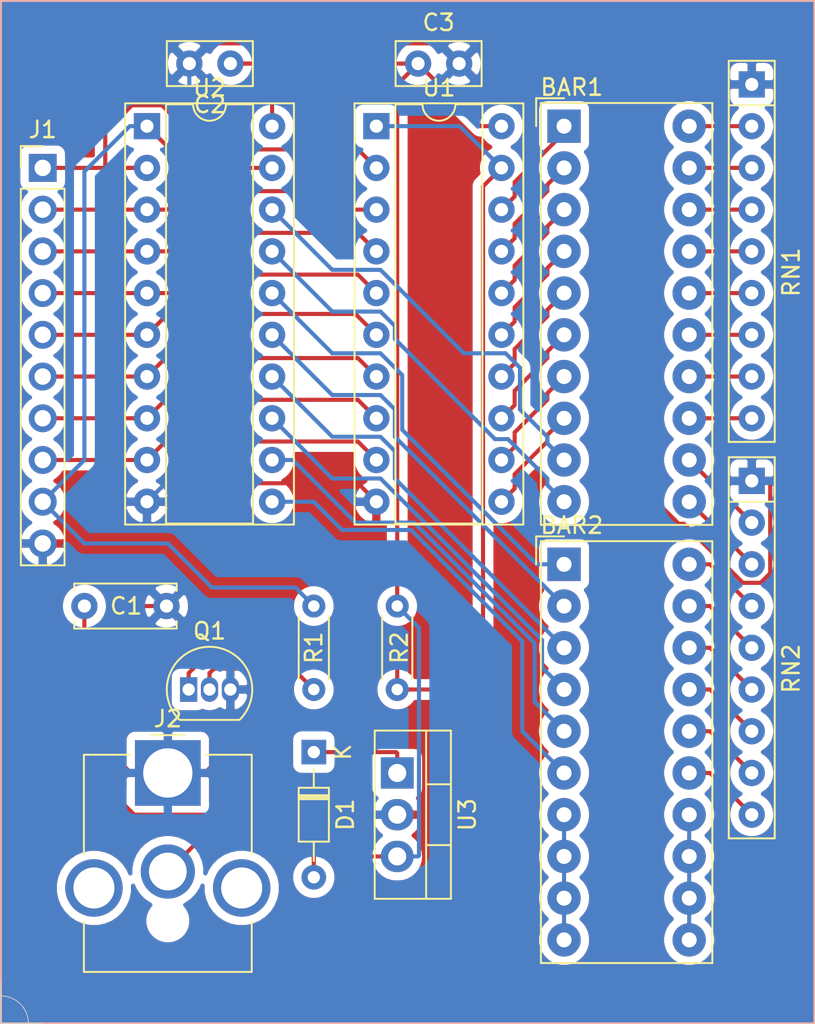
<source format=kicad_pcb>
(kicad_pcb (version 20171130) (host pcbnew "(5.1.5-0-10_14)")
  (layers (0 F.Cu signal) (31 B.Cu signal) (34 B.Paste user) (35 F.Paste user) (36 B.SilkS user) (37 F.SilkS user) (38 B.Mask user) (39 F.Mask user) (44 Edge.Cuts user hide))
  (net 0 "")
  (net 1 "Net-(BAR1-Pad1)")
  (net 2 "Net-(BAR1-Pad2)")
  (net 3 "Net-(BAR1-Pad3)")
  (net 4 "Net-(BAR1-Pad4)")
  (net 5 "Net-(BAR1-Pad13)")
  (net 6 "Net-(BAR1-Pad14)")
  (net 7 "Net-(BAR1-Pad15)")
  (net 8 "Net-(BAR1-Pad16)")
  (net 9 "Net-(BAR1-Pad5)")
  (net 10 "Net-(BAR1-Pad6)")
  (net 11 "Net-(BAR1-Pad7)")
  (net 12 "Net-(BAR1-Pad8)")
  (net 13 "Net-(BAR1-Pad12)")
  (net 14 "Net-(BAR1-Pad11)")
  (net 15 "Net-(BAR1-Pad10)")
  (net 16 "Net-(BAR1-Pad9)")
  (net 17 "Net-(BAR1-Pad17)")
  (net 18 "Net-(BAR1-Pad18)")
  (net 19 "Net-(BAR1-Pad19)")
  (net 20 "Net-(BAR1-Pad20)")
  (net 21 "Net-(BAR2-Pad20)")
  (net 22 "Net-(BAR2-Pad19)")
  (net 23 "Net-(BAR2-Pad18)")
  (net 24 "Net-(BAR2-Pad17)")
  (net 25 "Net-(BAR2-Pad10)")
  (net 26 "Net-(BAR2-Pad11)")
  (net 27 "Net-(BAR2-Pad6)")
  (net 28 "Net-(BAR2-Pad5)")
  (net 29 "Net-(BAR2-Pad16)")
  (net 30 "Net-(BAR2-Pad15)")
  (net 31 "Net-(BAR2-Pad4)")
  (net 32 "Net-(BAR2-Pad3)")
  (net 33 "Net-(BAR2-Pad2)")
  (net 34 "Net-(BAR2-Pad1)")
  (net 35 GND)
  (net 36 "Net-(D1-Pad1)")
  (net 37 "Net-(D1-Pad2)")
  (net 38 /PB0)
  (net 39 /PB1)
  (net 40 /PB2)
  (net 41 "Net-(Q1-Pad2)")
  (net 42 "Net-(Q1-Pad1)")
  (net 43 /PA2)
  (net 44 /PB7)
  (net 45 /PB6)
  (net 46 /PB5)
  (net 47 /PB4)
  (net 48 /PB3)
  (net 49 VCC)
  (module Connector_BarrelJack:BarrelJack_CUI_PJ-063AH_Horizontal_CircularHoles (layer F.Cu) (at 50.8 167.64)
    (fp_text reference J2 (at 0 -3.3) (layer F.SilkS))
    (fp_text value Barrel_Jack)
    (fp_line (start -5.11 4.95) (end -5.11 -1.11) (layer F.SilkS) (width 0.12))
    (fp_line (start -5.11 -1.11) (end -2.3 -1.11) (layer F.SilkS) (width 0.12))
    (fp_line (start 2.3 -1.11) (end 5.11 -1.11) (layer F.SilkS) (width 0.12))
    (fp_line (start 5.11 -1.11) (end 5.11 4.95) (layer F.SilkS) (width 0.12))
    (fp_line (start 5.11 9.05) (end 5.11 12.11) (layer F.SilkS) (width 0.12))
    (fp_line (start 5.11 12.11) (end -5.11 12.11) (layer F.SilkS) (width 0.12))
    (fp_line (start -5.11 12.11) (end -5.11 9.05) (layer F.SilkS) (width 0.12))
    (fp_line (start -1 -2.3) (end 1 -2.3) (layer F.SilkS) (width 0.12))
    (pad 1 thru_hole rect (at 0 0) (size 4 4) (drill 3) (layers *.Cu *.Mask) (net 35 GND))
    (pad 2 thru_hole circle (at 0 6) (size 3.3 3.3) (drill 2.3) (layers *.Cu *.Mask) (net 37 "Net-(D1-Pad2)"))
    (pad MP thru_hole circle (at -4.5 7) (size 3.5 3.5) (drill 2.5) (layers *.Cu *.Mask))
    (pad MP thru_hole circle (at 4.5 7) (size 3.5 3.5) (drill 2.5) (layers *.Cu *.Mask))
    (pad "" np_thru_hole circle (at 0 9) (size 1.6 1.6) (drill 1.6) (layers *.Cu *.Mask))
  )
  (module Display:HDSP-4830 (layer F.Cu) (at 74.93 154.94)
    (fp_text reference BAR2 (at 0.47 -2.37) (layer F.SilkS))
    (fp_text value HDSP-4830_2)
    (fp_line (start 9.03 -1.41) (end 9.03 24.27) (layer F.SilkS) (width 0.12))
    (fp_line (start -1.41 -1.41) (end 9.03 -1.41) (layer F.SilkS) (width 0.12))
    (fp_line (start -1.41 24.27) (end -1.41 -1.41) (layer F.SilkS) (width 0.12))
    (fp_line (start 9.03 24.27) (end -1.41 24.27) (layer F.SilkS) (width 0.12))
    (fp_line (start -1.7 -1.7) (end -1.7 0) (layer F.SilkS) (width 0.12))
    (fp_line (start 0 -1.7) (end -1.7 -1.7) (layer F.SilkS) (width 0.12))
    (pad 20 thru_hole circle (at 7.62 0 270) (size 2.032 2.032) (drill 0.9144) (layers *.Cu *.Mask) (net 21 "Net-(BAR2-Pad20)"))
    (pad 19 thru_hole circle (at 7.62 2.54 270) (size 2.032 2.032) (drill 0.9144) (layers *.Cu *.Mask) (net 22 "Net-(BAR2-Pad19)"))
    (pad 18 thru_hole circle (at 7.62 5.08 270) (size 2.032 2.032) (drill 0.9144) (layers *.Cu *.Mask) (net 23 "Net-(BAR2-Pad18)"))
    (pad 17 thru_hole circle (at 7.62 7.62 270) (size 2.032 2.032) (drill 0.9144) (layers *.Cu *.Mask) (net 24 "Net-(BAR2-Pad17)"))
    (pad 9 thru_hole circle (at 0 20.32 270) (size 2.032 2.032) (drill 0.9144) (layers *.Cu *.Mask) (net 25 "Net-(BAR2-Pad10)"))
    (pad 10 thru_hole circle (at 0 22.86 270) (size 2.032 2.032) (drill 0.9144) (layers *.Cu *.Mask) (net 25 "Net-(BAR2-Pad10)"))
    (pad 11 thru_hole circle (at 7.62 22.86 270) (size 2.032 2.032) (drill 0.9144) (layers *.Cu *.Mask) (net 26 "Net-(BAR2-Pad11)"))
    (pad 12 thru_hole circle (at 7.62 20.32 270) (size 2.032 2.032) (drill 0.9144) (layers *.Cu *.Mask) (net 26 "Net-(BAR2-Pad11)"))
    (pad 8 thru_hole circle (at 0 17.78 270) (size 2.032 2.032) (drill 0.9144) (layers *.Cu *.Mask) (net 25 "Net-(BAR2-Pad10)"))
    (pad 7 thru_hole circle (at 0 15.24 270) (size 2.032 2.032) (drill 0.9144) (layers *.Cu *.Mask) (net 25 "Net-(BAR2-Pad10)"))
    (pad 6 thru_hole circle (at 0 12.7 270) (size 2.032 2.032) (drill 0.9144) (layers *.Cu *.Mask) (net 27 "Net-(BAR2-Pad6)"))
    (pad 5 thru_hole circle (at 0 10.16 270) (size 2.032 2.032) (drill 0.9144) (layers *.Cu *.Mask) (net 28 "Net-(BAR2-Pad5)"))
    (pad 16 thru_hole circle (at 7.62 10.16 270) (size 2.032 2.032) (drill 0.9144) (layers *.Cu *.Mask) (net 29 "Net-(BAR2-Pad16)"))
    (pad 15 thru_hole circle (at 7.62 12.7 270) (size 2.032 2.032) (drill 0.9144) (layers *.Cu *.Mask) (net 30 "Net-(BAR2-Pad15)"))
    (pad 14 thru_hole circle (at 7.62 15.24 270) (size 2.032 2.032) (drill 0.9144) (layers *.Cu *.Mask) (net 26 "Net-(BAR2-Pad11)"))
    (pad 13 thru_hole circle (at 7.62 17.78 270) (size 2.032 2.032) (drill 0.9144) (layers *.Cu *.Mask) (net 26 "Net-(BAR2-Pad11)"))
    (pad 4 thru_hole circle (at 0 7.62 270) (size 2.032 2.032) (drill 0.9144) (layers *.Cu *.Mask) (net 31 "Net-(BAR2-Pad4)"))
    (pad 3 thru_hole circle (at 0 5.08 270) (size 2.032 2.032) (drill 0.9144) (layers *.Cu *.Mask) (net 32 "Net-(BAR2-Pad3)"))
    (pad 2 thru_hole circle (at 0 2.54 270) (size 2.032 2.032) (drill 0.9144) (layers *.Cu *.Mask) (net 33 "Net-(BAR2-Pad2)"))
    (pad 1 thru_hole rect (at 0 0 270) (size 2.032 2.032) (drill 0.9144) (layers *.Cu *.Mask) (net 34 "Net-(BAR2-Pad1)"))
  )
  (module Package_DIP:DIP-20_W7.62mm_Socket (layer F.Cu) (at 63.5 128.27)
    (fp_text reference U1 (at 3.81 -2.33) (layer F.SilkS))
    (fp_text value 74LS541)
    (fp_line (start 8.95 -1.39) (end -1.33 -1.39) (layer F.SilkS) (width 0.12))
    (fp_line (start 8.95 24.25) (end 8.95 -1.39) (layer F.SilkS) (width 0.12))
    (fp_line (start -1.33 24.25) (end 8.95 24.25) (layer F.SilkS) (width 0.12))
    (fp_line (start -1.33 -1.39) (end -1.33 24.25) (layer F.SilkS) (width 0.12))
    (fp_line (start 6.46 -1.33) (end 4.81 -1.33) (layer F.SilkS) (width 0.12))
    (fp_line (start 6.46 24.19) (end 6.46 -1.33) (layer F.SilkS) (width 0.12))
    (fp_line (start 1.16 24.19) (end 6.46 24.19) (layer F.SilkS) (width 0.12))
    (fp_line (start 1.16 -1.33) (end 1.16 24.19) (layer F.SilkS) (width 0.12))
    (fp_line (start 2.81 -1.33) (end 1.16 -1.33) (layer F.SilkS) (width 0.12))
    (fp_arc (start 3.81 -1.33) (end 2.81 -1.33) (angle -180) (layer F.SilkS) (width 0.12))
    (pad 20 thru_hole oval (at 7.62 0) (size 1.6 1.6) (drill 0.8) (layers *.Cu *.Mask) (net 49 VCC))
    (pad 10 thru_hole oval (at 0 22.86) (size 1.6 1.6) (drill 0.8) (layers *.Cu *.Mask) (net 35 GND))
    (pad 19 thru_hole oval (at 7.62 2.54) (size 1.6 1.6) (drill 0.8) (layers *.Cu *.Mask) (net 42 "Net-(Q1-Pad1)"))
    (pad 9 thru_hole oval (at 0 20.32) (size 1.6 1.6) (drill 0.8) (layers *.Cu *.Mask) (net 44 /PB7))
    (pad 18 thru_hole oval (at 7.62 5.08) (size 1.6 1.6) (drill 0.8) (layers *.Cu *.Mask) (net 1 "Net-(BAR1-Pad1)"))
    (pad 8 thru_hole oval (at 0 17.78) (size 1.6 1.6) (drill 0.8) (layers *.Cu *.Mask) (net 45 /PB6))
    (pad 17 thru_hole oval (at 7.62 7.62) (size 1.6 1.6) (drill 0.8) (layers *.Cu *.Mask) (net 2 "Net-(BAR1-Pad2)"))
    (pad 7 thru_hole oval (at 0 15.24) (size 1.6 1.6) (drill 0.8) (layers *.Cu *.Mask) (net 46 /PB5))
    (pad 16 thru_hole oval (at 7.62 10.16) (size 1.6 1.6) (drill 0.8) (layers *.Cu *.Mask) (net 3 "Net-(BAR1-Pad3)"))
    (pad 6 thru_hole oval (at 0 12.7) (size 1.6 1.6) (drill 0.8) (layers *.Cu *.Mask) (net 47 /PB4))
    (pad 15 thru_hole oval (at 7.62 12.7) (size 1.6 1.6) (drill 0.8) (layers *.Cu *.Mask) (net 4 "Net-(BAR1-Pad4)"))
    (pad 5 thru_hole oval (at 0 10.16) (size 1.6 1.6) (drill 0.8) (layers *.Cu *.Mask) (net 48 /PB3))
    (pad 14 thru_hole oval (at 7.62 15.24) (size 1.6 1.6) (drill 0.8) (layers *.Cu *.Mask) (net 9 "Net-(BAR1-Pad5)"))
    (pad 4 thru_hole oval (at 0 7.62) (size 1.6 1.6) (drill 0.8) (layers *.Cu *.Mask) (net 40 /PB2))
    (pad 13 thru_hole oval (at 7.62 17.78) (size 1.6 1.6) (drill 0.8) (layers *.Cu *.Mask) (net 10 "Net-(BAR1-Pad6)"))
    (pad 3 thru_hole oval (at 0 5.08) (size 1.6 1.6) (drill 0.8) (layers *.Cu *.Mask) (net 39 /PB1))
    (pad 12 thru_hole oval (at 7.62 20.32) (size 1.6 1.6) (drill 0.8) (layers *.Cu *.Mask) (net 11 "Net-(BAR1-Pad7)"))
    (pad 2 thru_hole oval (at 0 2.54) (size 1.6 1.6) (drill 0.8) (layers *.Cu *.Mask) (net 38 /PB0))
    (pad 11 thru_hole oval (at 7.62 22.86) (size 1.6 1.6) (drill 0.8) (layers *.Cu *.Mask) (net 12 "Net-(BAR1-Pad8)"))
    (pad 1 thru_hole rect (at 0 0) (size 1.6 1.6) (drill 0.8) (layers *.Cu *.Mask) (net 42 "Net-(Q1-Pad1)"))
  )
  (module Package_DIP:DIP-20_W7.62mm_Socket (layer F.Cu) (at 49.53 128.27)
    (fp_text reference U2 (at 3.81 -2.33) (layer F.SilkS))
    (fp_text value 74LS541)
    (fp_line (start 8.95 -1.39) (end -1.33 -1.39) (layer F.SilkS) (width 0.12))
    (fp_line (start 8.95 24.25) (end 8.95 -1.39) (layer F.SilkS) (width 0.12))
    (fp_line (start -1.33 24.25) (end 8.95 24.25) (layer F.SilkS) (width 0.12))
    (fp_line (start -1.33 -1.39) (end -1.33 24.25) (layer F.SilkS) (width 0.12))
    (fp_line (start 6.46 -1.33) (end 4.81 -1.33) (layer F.SilkS) (width 0.12))
    (fp_line (start 6.46 24.19) (end 6.46 -1.33) (layer F.SilkS) (width 0.12))
    (fp_line (start 1.16 24.19) (end 6.46 24.19) (layer F.SilkS) (width 0.12))
    (fp_line (start 1.16 -1.33) (end 1.16 24.19) (layer F.SilkS) (width 0.12))
    (fp_line (start 2.81 -1.33) (end 1.16 -1.33) (layer F.SilkS) (width 0.12))
    (fp_arc (start 3.81 -1.33) (end 2.81 -1.33) (angle -180) (layer F.SilkS) (width 0.12))
    (pad 20 thru_hole oval (at 7.62 0) (size 1.6 1.6) (drill 0.8) (layers *.Cu *.Mask) (net 49 VCC))
    (pad 10 thru_hole oval (at 0 22.86) (size 1.6 1.6) (drill 0.8) (layers *.Cu *.Mask) (net 35 GND))
    (pad 19 thru_hole oval (at 7.62 2.54) (size 1.6 1.6) (drill 0.8) (layers *.Cu *.Mask) (net 43 /PA2))
    (pad 9 thru_hole oval (at 0 20.32) (size 1.6 1.6) (drill 0.8) (layers *.Cu *.Mask) (net 44 /PB7))
    (pad 18 thru_hole oval (at 7.62 5.08) (size 1.6 1.6) (drill 0.8) (layers *.Cu *.Mask) (net 16 "Net-(BAR1-Pad9)"))
    (pad 8 thru_hole oval (at 0 17.78) (size 1.6 1.6) (drill 0.8) (layers *.Cu *.Mask) (net 45 /PB6))
    (pad 17 thru_hole oval (at 7.62 7.62) (size 1.6 1.6) (drill 0.8) (layers *.Cu *.Mask) (net 15 "Net-(BAR1-Pad10)"))
    (pad 7 thru_hole oval (at 0 15.24) (size 1.6 1.6) (drill 0.8) (layers *.Cu *.Mask) (net 46 /PB5))
    (pad 16 thru_hole oval (at 7.62 10.16) (size 1.6 1.6) (drill 0.8) (layers *.Cu *.Mask) (net 34 "Net-(BAR2-Pad1)"))
    (pad 6 thru_hole oval (at 0 12.7) (size 1.6 1.6) (drill 0.8) (layers *.Cu *.Mask) (net 47 /PB4))
    (pad 15 thru_hole oval (at 7.62 12.7) (size 1.6 1.6) (drill 0.8) (layers *.Cu *.Mask) (net 33 "Net-(BAR2-Pad2)"))
    (pad 5 thru_hole oval (at 0 10.16) (size 1.6 1.6) (drill 0.8) (layers *.Cu *.Mask) (net 48 /PB3))
    (pad 14 thru_hole oval (at 7.62 15.24) (size 1.6 1.6) (drill 0.8) (layers *.Cu *.Mask) (net 32 "Net-(BAR2-Pad3)"))
    (pad 4 thru_hole oval (at 0 7.62) (size 1.6 1.6) (drill 0.8) (layers *.Cu *.Mask) (net 40 /PB2))
    (pad 13 thru_hole oval (at 7.62 17.78) (size 1.6 1.6) (drill 0.8) (layers *.Cu *.Mask) (net 31 "Net-(BAR2-Pad4)"))
    (pad 3 thru_hole oval (at 0 5.08) (size 1.6 1.6) (drill 0.8) (layers *.Cu *.Mask) (net 39 /PB1))
    (pad 12 thru_hole oval (at 7.62 20.32) (size 1.6 1.6) (drill 0.8) (layers *.Cu *.Mask) (net 28 "Net-(BAR2-Pad5)"))
    (pad 2 thru_hole oval (at 0 2.54) (size 1.6 1.6) (drill 0.8) (layers *.Cu *.Mask) (net 38 /PB0))
    (pad 11 thru_hole oval (at 7.62 22.86) (size 1.6 1.6) (drill 0.8) (layers *.Cu *.Mask) (net 27 "Net-(BAR2-Pad6)"))
    (pad 1 thru_hole rect (at 0 0) (size 1.6 1.6) (drill 0.8) (layers *.Cu *.Mask) (net 43 /PA2))
  )
  (module Connector_PinHeader_2.54mm:PinHeader_1x10_P2.54mm_Vertical (layer F.Cu) (at 43.18 130.81)
    (fp_text reference J1 (at 0 -2.33) (layer F.SilkS))
    (fp_text value Conn_01x10_Male)
    (fp_line (start -1.33 -1.33) (end 0 -1.33) (layer F.SilkS) (width 0.12))
    (fp_line (start -1.33 0) (end -1.33 -1.33) (layer F.SilkS) (width 0.12))
    (fp_line (start -1.33 1.27) (end 1.33 1.27) (layer F.SilkS) (width 0.12))
    (fp_line (start 1.33 1.27) (end 1.33 24.19) (layer F.SilkS) (width 0.12))
    (fp_line (start -1.33 1.27) (end -1.33 24.19) (layer F.SilkS) (width 0.12))
    (fp_line (start -1.33 24.19) (end 1.33 24.19) (layer F.SilkS) (width 0.12))
    (pad 10 thru_hole oval (at 0 22.86) (size 1.7 1.7) (drill 1) (layers *.Cu *.Mask) (net 35 GND))
    (pad 9 thru_hole oval (at 0 20.32) (size 1.7 1.7) (drill 1) (layers *.Cu *.Mask) (net 43 /PA2))
    (pad 8 thru_hole oval (at 0 17.78) (size 1.7 1.7) (drill 1) (layers *.Cu *.Mask) (net 44 /PB7))
    (pad 7 thru_hole oval (at 0 15.24) (size 1.7 1.7) (drill 1) (layers *.Cu *.Mask) (net 45 /PB6))
    (pad 6 thru_hole oval (at 0 12.7) (size 1.7 1.7) (drill 1) (layers *.Cu *.Mask) (net 46 /PB5))
    (pad 5 thru_hole oval (at 0 10.16) (size 1.7 1.7) (drill 1) (layers *.Cu *.Mask) (net 47 /PB4))
    (pad 4 thru_hole oval (at 0 7.62) (size 1.7 1.7) (drill 1) (layers *.Cu *.Mask) (net 48 /PB3))
    (pad 3 thru_hole oval (at 0 5.08) (size 1.7 1.7) (drill 1) (layers *.Cu *.Mask) (net 40 /PB2))
    (pad 2 thru_hole oval (at 0 2.54) (size 1.7 1.7) (drill 1) (layers *.Cu *.Mask) (net 39 /PB1))
    (pad 1 thru_hole rect (at 0 0) (size 1.7 1.7) (drill 1) (layers *.Cu *.Mask) (net 38 /PB0))
  )
  (module Display:HDSP-4830 (layer F.Cu) (at 74.93 128.27)
    (fp_text reference BAR1 (at 0.47 -2.37) (layer F.SilkS))
    (fp_text value HDSP-4830_2)
    (fp_line (start 0 -1.7) (end -1.7 -1.7) (layer F.SilkS) (width 0.12))
    (fp_line (start -1.7 -1.7) (end -1.7 0) (layer F.SilkS) (width 0.12))
    (fp_line (start 9.03 24.27) (end -1.41 24.27) (layer F.SilkS) (width 0.12))
    (fp_line (start -1.41 24.27) (end -1.41 -1.41) (layer F.SilkS) (width 0.12))
    (fp_line (start -1.41 -1.41) (end 9.03 -1.41) (layer F.SilkS) (width 0.12))
    (fp_line (start 9.03 -1.41) (end 9.03 24.27) (layer F.SilkS) (width 0.12))
    (pad 1 thru_hole rect (at 0 0 270) (size 2.032 2.032) (drill 0.9144) (layers *.Cu *.Mask) (net 1 "Net-(BAR1-Pad1)"))
    (pad 2 thru_hole circle (at 0 2.54 270) (size 2.032 2.032) (drill 0.9144) (layers *.Cu *.Mask) (net 2 "Net-(BAR1-Pad2)"))
    (pad 3 thru_hole circle (at 0 5.08 270) (size 2.032 2.032) (drill 0.9144) (layers *.Cu *.Mask) (net 3 "Net-(BAR1-Pad3)"))
    (pad 4 thru_hole circle (at 0 7.62 270) (size 2.032 2.032) (drill 0.9144) (layers *.Cu *.Mask) (net 4 "Net-(BAR1-Pad4)"))
    (pad 13 thru_hole circle (at 7.62 17.78 270) (size 2.032 2.032) (drill 0.9144) (layers *.Cu *.Mask) (net 5 "Net-(BAR1-Pad13)"))
    (pad 14 thru_hole circle (at 7.62 15.24 270) (size 2.032 2.032) (drill 0.9144) (layers *.Cu *.Mask) (net 6 "Net-(BAR1-Pad14)"))
    (pad 15 thru_hole circle (at 7.62 12.7 270) (size 2.032 2.032) (drill 0.9144) (layers *.Cu *.Mask) (net 7 "Net-(BAR1-Pad15)"))
    (pad 16 thru_hole circle (at 7.62 10.16 270) (size 2.032 2.032) (drill 0.9144) (layers *.Cu *.Mask) (net 8 "Net-(BAR1-Pad16)"))
    (pad 5 thru_hole circle (at 0 10.16 270) (size 2.032 2.032) (drill 0.9144) (layers *.Cu *.Mask) (net 9 "Net-(BAR1-Pad5)"))
    (pad 6 thru_hole circle (at 0 12.7 270) (size 2.032 2.032) (drill 0.9144) (layers *.Cu *.Mask) (net 10 "Net-(BAR1-Pad6)"))
    (pad 7 thru_hole circle (at 0 15.24 270) (size 2.032 2.032) (drill 0.9144) (layers *.Cu *.Mask) (net 11 "Net-(BAR1-Pad7)"))
    (pad 8 thru_hole circle (at 0 17.78 270) (size 2.032 2.032) (drill 0.9144) (layers *.Cu *.Mask) (net 12 "Net-(BAR1-Pad8)"))
    (pad 12 thru_hole circle (at 7.62 20.32 270) (size 2.032 2.032) (drill 0.9144) (layers *.Cu *.Mask) (net 13 "Net-(BAR1-Pad12)"))
    (pad 11 thru_hole circle (at 7.62 22.86 270) (size 2.032 2.032) (drill 0.9144) (layers *.Cu *.Mask) (net 14 "Net-(BAR1-Pad11)"))
    (pad 10 thru_hole circle (at 0 22.86 270) (size 2.032 2.032) (drill 0.9144) (layers *.Cu *.Mask) (net 15 "Net-(BAR1-Pad10)"))
    (pad 9 thru_hole circle (at 0 20.32 270) (size 2.032 2.032) (drill 0.9144) (layers *.Cu *.Mask) (net 16 "Net-(BAR1-Pad9)"))
    (pad 17 thru_hole circle (at 7.62 7.62 270) (size 2.032 2.032) (drill 0.9144) (layers *.Cu *.Mask) (net 17 "Net-(BAR1-Pad17)"))
    (pad 18 thru_hole circle (at 7.62 5.08 270) (size 2.032 2.032) (drill 0.9144) (layers *.Cu *.Mask) (net 18 "Net-(BAR1-Pad18)"))
    (pad 19 thru_hole circle (at 7.62 2.54 270) (size 2.032 2.032) (drill 0.9144) (layers *.Cu *.Mask) (net 19 "Net-(BAR1-Pad19)"))
    (pad 20 thru_hole circle (at 7.62 0 270) (size 2.032 2.032) (drill 0.9144) (layers *.Cu *.Mask) (net 20 "Net-(BAR1-Pad20)"))
  )
  (module Capacitor_THT:C_Disc_D6.0mm_W2.5mm_P5.00mm (layer F.Cu) (at 45.72 157.48)
    (fp_text reference C1 (at 2.54 0) (layer F.SilkS))
    (fp_text value .1uF)
    (fp_line (start -0.62 -1.37) (end 5.62 -1.37) (layer F.SilkS) (width 0.12))
    (fp_line (start -0.62 1.37) (end 5.62 1.37) (layer F.SilkS) (width 0.12))
    (fp_line (start -0.62 -1.37) (end -0.62 -0.925) (layer F.SilkS) (width 0.12))
    (fp_line (start -0.62 0.925) (end -0.62 1.37) (layer F.SilkS) (width 0.12))
    (fp_line (start 5.62 -1.37) (end 5.62 -0.925) (layer F.SilkS) (width 0.12))
    (fp_line (start 5.62 0.925) (end 5.62 1.37) (layer F.SilkS) (width 0.12))
    (pad 1 thru_hole circle (at 0 0) (size 1.6 1.6) (drill 0.8) (layers *.Cu *.Mask) (net 49 VCC))
    (pad 2 thru_hole circle (at 5 0) (size 1.6 1.6) (drill 0.8) (layers *.Cu *.Mask) (net 35 GND))
  )
  (module Capacitor_THT:C_Disc_D5.0mm_W2.5mm_P2.50mm (layer F.Cu) (at 54.61 124.46 180)
    (fp_text reference C2 (at 1.25 -2.5) (layer F.SilkS))
    (fp_text value .1uF)
    (fp_line (start -1.37 -1.37) (end 3.87 -1.37) (layer F.SilkS) (width 0.12))
    (fp_line (start -1.37 1.37) (end 3.87 1.37) (layer F.SilkS) (width 0.12))
    (fp_line (start -1.37 -1.37) (end -1.37 1.37) (layer F.SilkS) (width 0.12))
    (fp_line (start 3.87 -1.37) (end 3.87 1.37) (layer F.SilkS) (width 0.12))
    (pad 1 thru_hole circle (at 0 0 180) (size 1.6 1.6) (drill 0.8) (layers *.Cu *.Mask) (net 49 VCC))
    (pad 2 thru_hole circle (at 2.5 0 180) (size 1.6 1.6) (drill 0.8) (layers *.Cu *.Mask) (net 35 GND))
  )
  (module Capacitor_THT:C_Disc_D5.0mm_W2.5mm_P2.50mm (layer F.Cu) (at 66.04 124.46)
    (fp_text reference C3 (at 1.25 -2.5) (layer F.SilkS))
    (fp_text value .1uF)
    (fp_line (start 3.87 -1.37) (end 3.87 1.37) (layer F.SilkS) (width 0.12))
    (fp_line (start -1.37 -1.37) (end -1.37 1.37) (layer F.SilkS) (width 0.12))
    (fp_line (start -1.37 1.37) (end 3.87 1.37) (layer F.SilkS) (width 0.12))
    (fp_line (start -1.37 -1.37) (end 3.87 -1.37) (layer F.SilkS) (width 0.12))
    (pad 2 thru_hole circle (at 2.5 0) (size 1.6 1.6) (drill 0.8) (layers *.Cu *.Mask) (net 35 GND))
    (pad 1 thru_hole circle (at 0 0) (size 1.6 1.6) (drill 0.8) (layers *.Cu *.Mask) (net 49 VCC))
  )
  (module Package_TO_SOT_THT:TO-92_Inline (layer F.Cu) (at 52.07 162.56)
    (fp_text reference Q1 (at 1.27 -3.56) (layer F.SilkS))
    (fp_text value BC547)
    (fp_line (start -0.53 1.85) (end 3.07 1.85) (layer F.SilkS) (width 0.12))
    (fp_arc (start 1.27 0) (end 1.27 -2.6) (angle -135) (layer F.SilkS) (width 0.12))
    (fp_arc (start 1.27 0) (end 1.27 -2.6) (angle 135) (layer F.SilkS) (width 0.12))
    (pad 2 thru_hole oval (at 1.27 0) (size 1.05 1.5) (drill 0.75) (layers *.Cu *.Mask) (net 41 "Net-(Q1-Pad2)"))
    (pad 3 thru_hole oval (at 2.54 0) (size 1.05 1.5) (drill 0.75) (layers *.Cu *.Mask) (net 35 GND))
    (pad 1 thru_hole rect (at 0 0) (size 1.05 1.5) (drill 0.75) (layers *.Cu *.Mask) (net 42 "Net-(Q1-Pad1)"))
  )
  (module Resistor_THT:R_Axial_DIN0204_L3.6mm_D1.6mm_P5.08mm_Horizontal (layer F.Cu) (at 59.69 162.56 90)
    (fp_text reference R1 (at 2.54 0 90) (layer F.SilkS))
    (fp_text value 100K)
    (fp_line (start 0.62 0.92) (end 4.46 0.92) (layer F.SilkS) (width 0.12))
    (fp_line (start 0.62 -0.92) (end 4.46 -0.92) (layer F.SilkS) (width 0.12))
    (pad 2 thru_hole oval (at 5.08 0 90) (size 1.4 1.4) (drill 0.7) (layers *.Cu *.Mask) (net 43 /PA2))
    (pad 1 thru_hole circle (at 0 0 90) (size 1.4 1.4) (drill 0.7) (layers *.Cu *.Mask) (net 41 "Net-(Q1-Pad2)"))
  )
  (module Resistor_THT:R_Axial_DIN0204_L3.6mm_D1.6mm_P5.08mm_Horizontal (layer F.Cu) (at 64.77 157.48 270)
    (fp_text reference R2 (at 2.54 -0.125001 90) (layer F.SilkS))
    (fp_text value 1K)
    (fp_line (start 0.62 -0.92) (end 4.46 -0.92) (layer F.SilkS) (width 0.12))
    (fp_line (start 0.62 0.92) (end 4.46 0.92) (layer F.SilkS) (width 0.12))
    (pad 1 thru_hole circle (at 0 0 270) (size 1.4 1.4) (drill 0.7) (layers *.Cu *.Mask) (net 49 VCC))
    (pad 2 thru_hole oval (at 5.08 0 270) (size 1.4 1.4) (drill 0.7) (layers *.Cu *.Mask) (net 42 "Net-(Q1-Pad1)"))
  )
  (module Resistor_THT:R_Array_SIP9 (layer F.Cu) (at 86.36 125.73 270)
    (fp_text reference RN1 (at 11.43 -2.4 90) (layer F.SilkS))
    (fp_text value R_Network08)
    (fp_line (start -1.44 -1.4) (end -1.44 1.4) (layer F.SilkS) (width 0.12))
    (fp_line (start -1.44 1.4) (end 21.76 1.4) (layer F.SilkS) (width 0.12))
    (fp_line (start 21.76 1.4) (end 21.76 -1.4) (layer F.SilkS) (width 0.12))
    (fp_line (start 21.76 -1.4) (end -1.44 -1.4) (layer F.SilkS) (width 0.12))
    (fp_line (start 1.27 -1.4) (end 1.27 1.4) (layer F.SilkS) (width 0.12))
    (pad 1 thru_hole rect (at 0 0 270) (size 1.6 1.6) (drill 0.8) (layers *.Cu *.Mask) (net 35 GND))
    (pad 2 thru_hole oval (at 2.54 0 270) (size 1.6 1.6) (drill 0.8) (layers *.Cu *.Mask) (net 20 "Net-(BAR1-Pad20)"))
    (pad 3 thru_hole oval (at 5.08 0 270) (size 1.6 1.6) (drill 0.8) (layers *.Cu *.Mask) (net 19 "Net-(BAR1-Pad19)"))
    (pad 4 thru_hole oval (at 7.62 0 270) (size 1.6 1.6) (drill 0.8) (layers *.Cu *.Mask) (net 18 "Net-(BAR1-Pad18)"))
    (pad 5 thru_hole oval (at 10.16 0 270) (size 1.6 1.6) (drill 0.8) (layers *.Cu *.Mask) (net 17 "Net-(BAR1-Pad17)"))
    (pad 6 thru_hole oval (at 12.7 0 270) (size 1.6 1.6) (drill 0.8) (layers *.Cu *.Mask) (net 8 "Net-(BAR1-Pad16)"))
    (pad 7 thru_hole oval (at 15.24 0 270) (size 1.6 1.6) (drill 0.8) (layers *.Cu *.Mask) (net 7 "Net-(BAR1-Pad15)"))
    (pad 8 thru_hole oval (at 17.78 0 270) (size 1.6 1.6) (drill 0.8) (layers *.Cu *.Mask) (net 6 "Net-(BAR1-Pad14)"))
    (pad 9 thru_hole oval (at 20.32 0 270) (size 1.6 1.6) (drill 0.8) (layers *.Cu *.Mask) (net 5 "Net-(BAR1-Pad13)"))
  )
  (module Resistor_THT:R_Array_SIP9 (layer F.Cu) (at 86.36 149.86 270)
    (fp_text reference RN2 (at 11.43 -2.4 90) (layer F.SilkS))
    (fp_text value R_Network08)
    (fp_line (start 1.27 -1.4) (end 1.27 1.4) (layer F.SilkS) (width 0.12))
    (fp_line (start 21.76 -1.4) (end -1.44 -1.4) (layer F.SilkS) (width 0.12))
    (fp_line (start 21.76 1.4) (end 21.76 -1.4) (layer F.SilkS) (width 0.12))
    (fp_line (start -1.44 1.4) (end 21.76 1.4) (layer F.SilkS) (width 0.12))
    (fp_line (start -1.44 -1.4) (end -1.44 1.4) (layer F.SilkS) (width 0.12))
    (pad 9 thru_hole oval (at 20.32 0 270) (size 1.6 1.6) (drill 0.8) (layers *.Cu *.Mask) (net 30 "Net-(BAR2-Pad15)"))
    (pad 8 thru_hole oval (at 17.78 0 270) (size 1.6 1.6) (drill 0.8) (layers *.Cu *.Mask) (net 29 "Net-(BAR2-Pad16)"))
    (pad 7 thru_hole oval (at 15.24 0 270) (size 1.6 1.6) (drill 0.8) (layers *.Cu *.Mask) (net 24 "Net-(BAR2-Pad17)"))
    (pad 6 thru_hole oval (at 12.7 0 270) (size 1.6 1.6) (drill 0.8) (layers *.Cu *.Mask) (net 23 "Net-(BAR2-Pad18)"))
    (pad 5 thru_hole oval (at 10.16 0 270) (size 1.6 1.6) (drill 0.8) (layers *.Cu *.Mask) (net 22 "Net-(BAR2-Pad19)"))
    (pad 4 thru_hole oval (at 7.62 0 270) (size 1.6 1.6) (drill 0.8) (layers *.Cu *.Mask) (net 21 "Net-(BAR2-Pad20)"))
    (pad 3 thru_hole oval (at 5.08 0 270) (size 1.6 1.6) (drill 0.8) (layers *.Cu *.Mask) (net 14 "Net-(BAR1-Pad11)"))
    (pad 2 thru_hole oval (at 2.54 0 270) (size 1.6 1.6) (drill 0.8) (layers *.Cu *.Mask) (net 13 "Net-(BAR1-Pad12)"))
    (pad 1 thru_hole rect (at 0 0 270) (size 1.6 1.6) (drill 0.8) (layers *.Cu *.Mask) (net 35 GND))
  )
  (module Diode_THT:D_DO-34_SOD68_P7.62mm_Horizontal (layer F.Cu) (at 59.69 166.37 270)
    (fp_text reference D1 (at 3.81 -1.92 90) (layer F.SilkS))
    (fp_text value GP0240)
    (fp_line (start 2.17 -0.92) (end 2.17 0.92) (layer F.SilkS) (width 0.12))
    (fp_line (start 2.17 0.92) (end 5.45 0.92) (layer F.SilkS) (width 0.12))
    (fp_line (start 5.45 0.92) (end 5.45 -0.92) (layer F.SilkS) (width 0.12))
    (fp_line (start 5.45 -0.92) (end 2.17 -0.92) (layer F.SilkS) (width 0.12))
    (fp_line (start 0.99 0) (end 2.17 0) (layer F.SilkS) (width 0.12))
    (fp_line (start 6.63 0) (end 5.45 0) (layer F.SilkS) (width 0.12))
    (fp_line (start 2.746 -0.92) (end 2.746 0.92) (layer F.SilkS) (width 0.12))
    (fp_line (start 2.866 -0.92) (end 2.866 0.92) (layer F.SilkS) (width 0.12))
    (fp_line (start 2.626 -0.92) (end 2.626 0.92) (layer F.SilkS) (width 0.12))
    (fp_text user K (at 0 -1.75 90) (layer F.SilkS))
    (pad 1 thru_hole rect (at 0 0 270) (size 1.5 1.5) (drill 0.75) (layers *.Cu *.Mask) (net 36 "Net-(D1-Pad1)"))
    (pad 2 thru_hole oval (at 7.62 0 270) (size 1.5 1.5) (drill 0.75) (layers *.Cu *.Mask) (net 37 "Net-(D1-Pad2)"))
  )
  (module Package_TO_SOT_THT:TO-220-3_Vertical (layer F.Cu) (at 64.77 167.64 270)
    (fp_text reference U3 (at 2.54 -4.27 90) (layer F.SilkS))
    (fp_text value L7805)
    (fp_line (start -2.58 -3.27) (end 7.66 -3.27) (layer F.SilkS) (width 0.12))
    (fp_line (start -2.58 1.371) (end 7.66 1.371) (layer F.SilkS) (width 0.12))
    (fp_line (start -2.58 -3.27) (end -2.58 1.371) (layer F.SilkS) (width 0.12))
    (fp_line (start 7.66 -3.27) (end 7.66 1.371) (layer F.SilkS) (width 0.12))
    (fp_line (start -2.58 -1.76) (end 7.66 -1.76) (layer F.SilkS) (width 0.12))
    (fp_line (start 0.69 -3.27) (end 0.69 -1.76) (layer F.SilkS) (width 0.12))
    (fp_line (start 4.391 -3.27) (end 4.391 -1.76) (layer F.SilkS) (width 0.12))
    (pad 1 thru_hole rect (at 0 0 270) (size 1.905 2) (drill 1.1) (layers *.Cu *.Mask) (net 36 "Net-(D1-Pad1)"))
    (pad 2 thru_hole oval (at 2.54 0 270) (size 1.905 2) (drill 1.1) (layers *.Cu *.Mask) (net 35 GND))
    (pad 3 thru_hole oval (at 5.08 0 270) (size 1.905 2) (drill 1.1) (layers *.Cu *.Mask) (net 49 VCC))
  )
  (target plus (at 40.64 182.88) (size 5) (width 0.05) (layer Edge.Cuts))
  (gr_line (start 40.64 182.88) (end 40.64 120.65) (layer B.SilkS) (width 0.12))
  (gr_line (start 90.17 182.88) (end 40.64 182.88) (layer B.SilkS) (width 0.12))
  (gr_line (start 90.17 120.65) (end 90.17 182.88) (layer B.SilkS) (width 0.12))
  (gr_line (start 40.64 120.65) (end 90.17 120.65) (layer B.SilkS) (width 0.12))
  (segment (start 71.919999 132.550001) (end 71.12 133.35) (width 0.25) (layer F.Cu) (net 1))
  (segment (start 71.919999 131.675003) (end 71.919999 132.550001) (width 0.25) (layer F.Cu) (net 1))
  (segment (start 74.93 128.665002) (end 71.919999 131.675003) (width 0.25) (layer F.Cu) (net 1))
  (segment (start 74.93 128.27) (end 74.93 128.665002) (width 0.25) (layer F.Cu) (net 1))
  (segment (start 71.919999 134.215003) (end 71.919999 135.090001) (width 0.25) (layer F.Cu) (net 2))
  (segment (start 73.914001 132.221001) (end 71.919999 134.215003) (width 0.25) (layer F.Cu) (net 2))
  (segment (start 71.919999 135.090001) (end 71.12 135.89) (width 0.25) (layer F.Cu) (net 2))
  (segment (start 73.914001 131.825999) (end 73.914001 132.221001) (width 0.25) (layer F.Cu) (net 2))
  (segment (start 74.93 130.81) (end 73.914001 131.825999) (width 0.25) (layer F.Cu) (net 2))
  (segment (start 71.919999 137.630001) (end 71.12 138.43) (width 0.25) (layer F.Cu) (net 3))
  (segment (start 73.914001 134.761001) (end 71.919999 136.755003) (width 0.25) (layer F.Cu) (net 3))
  (segment (start 73.914001 134.365999) (end 73.914001 134.761001) (width 0.25) (layer F.Cu) (net 3))
  (segment (start 71.919999 136.755003) (end 71.919999 137.630001) (width 0.25) (layer F.Cu) (net 3))
  (segment (start 74.93 133.35) (end 73.914001 134.365999) (width 0.25) (layer F.Cu) (net 3))
  (segment (start 71.919999 139.295003) (end 71.919999 140.170001) (width 0.25) (layer F.Cu) (net 4))
  (segment (start 71.919999 140.170001) (end 71.12 140.97) (width 0.25) (layer F.Cu) (net 4))
  (segment (start 73.914001 137.301001) (end 71.919999 139.295003) (width 0.25) (layer F.Cu) (net 4))
  (segment (start 73.914001 136.905999) (end 73.914001 137.301001) (width 0.25) (layer F.Cu) (net 4))
  (segment (start 74.93 135.89) (end 73.914001 136.905999) (width 0.25) (layer F.Cu) (net 4))
  (segment (start 82.55 146.05) (end 86.36 146.05) (width 0.25) (layer F.Cu) (net 5))
  (segment (start 82.55 143.51) (end 86.36 143.51) (width 0.25) (layer F.Cu) (net 6))
  (segment (start 82.55 140.97) (end 86.36 140.97) (width 0.25) (layer F.Cu) (net 7))
  (segment (start 82.55 138.43) (end 86.36 138.43) (width 0.25) (layer F.Cu) (net 8))
  (segment (start 71.919999 142.710001) (end 71.12 143.51) (width 0.25) (layer F.Cu) (net 9))
  (segment (start 71.919999 141.835003) (end 71.919999 142.710001) (width 0.25) (layer F.Cu) (net 9))
  (segment (start 73.914001 139.841001) (end 71.919999 141.835003) (width 0.25) (layer F.Cu) (net 9))
  (segment (start 73.914001 139.445999) (end 73.914001 139.841001) (width 0.25) (layer F.Cu) (net 9))
  (segment (start 74.93 138.43) (end 73.914001 139.445999) (width 0.25) (layer F.Cu) (net 9))
  (segment (start 71.919999 145.250001) (end 71.12 146.05) (width 0.25) (layer F.Cu) (net 10))
  (segment (start 71.919999 144.375003) (end 71.919999 145.250001) (width 0.25) (layer F.Cu) (net 10))
  (segment (start 73.914001 141.985999) (end 73.914001 142.381001) (width 0.25) (layer F.Cu) (net 10))
  (segment (start 73.914001 142.381001) (end 71.919999 144.375003) (width 0.25) (layer F.Cu) (net 10))
  (segment (start 74.93 140.97) (end 73.914001 141.985999) (width 0.25) (layer F.Cu) (net 10))
  (segment (start 71.919999 147.790001) (end 71.12 148.59) (width 0.25) (layer F.Cu) (net 11))
  (segment (start 71.919999 146.915003) (end 71.919999 147.790001) (width 0.25) (layer F.Cu) (net 11))
  (segment (start 73.914001 144.921001) (end 71.919999 146.915003) (width 0.25) (layer F.Cu) (net 11))
  (segment (start 73.914001 144.525999) (end 73.914001 144.921001) (width 0.25) (layer F.Cu) (net 11))
  (segment (start 74.93 143.51) (end 73.914001 144.525999) (width 0.25) (layer F.Cu) (net 11))
  (segment (start 71.919999 149.455003) (end 71.919999 150.330001) (width 0.25) (layer F.Cu) (net 12))
  (segment (start 71.919999 150.330001) (end 71.12 151.13) (width 0.25) (layer F.Cu) (net 12))
  (segment (start 73.914001 147.065999) (end 73.914001 147.461001) (width 0.25) (layer F.Cu) (net 12))
  (segment (start 73.914001 147.461001) (end 71.919999 149.455003) (width 0.25) (layer F.Cu) (net 12))
  (segment (start 74.93 146.05) (end 73.914001 147.065999) (width 0.25) (layer F.Cu) (net 12))
  (segment (start 82.55 148.59) (end 86.36 152.4) (width 0.25) (layer F.Cu) (net 13))
  (segment (start 82.55 151.13) (end 86.36 154.94) (width 0.25) (layer F.Cu) (net 14))
  (segment (start 60.815001 139.555001) (end 57.949999 136.689999) (width 0.25) (layer B.Cu) (net 15))
  (segment (start 63.750003 139.555001) (end 60.815001 139.555001) (width 0.25) (layer B.Cu) (net 15))
  (segment (start 57.949999 136.689999) (end 57.15 135.89) (width 0.25) (layer B.Cu) (net 15))
  (segment (start 64.625001 140.429999) (end 63.750003 139.555001) (width 0.25) (layer B.Cu) (net 15))
  (segment (start 64.625001 141.220003) (end 64.625001 140.429999) (width 0.25) (layer B.Cu) (net 15))
  (segment (start 71.515002 147.32) (end 70.724998 147.32) (width 0.25) (layer B.Cu) (net 15))
  (segment (start 73.914001 149.718999) (end 71.515002 147.32) (width 0.25) (layer B.Cu) (net 15))
  (segment (start 70.724998 147.32) (end 64.625001 141.220003) (width 0.25) (layer B.Cu) (net 15))
  (segment (start 73.914001 150.114001) (end 73.914001 149.718999) (width 0.25) (layer B.Cu) (net 15))
  (segment (start 74.93 151.13) (end 73.914001 150.114001) (width 0.25) (layer B.Cu) (net 15))
  (segment (start 57.949999 134.149999) (end 57.15 133.35) (width 0.25) (layer B.Cu) (net 16))
  (segment (start 60.815001 137.015001) (end 57.949999 134.149999) (width 0.25) (layer B.Cu) (net 16))
  (segment (start 68.830003 142.095001) (end 63.750003 137.015001) (width 0.25) (layer B.Cu) (net 16))
  (segment (start 63.750003 137.015001) (end 60.815001 137.015001) (width 0.25) (layer B.Cu) (net 16))
  (segment (start 71.370003 142.095001) (end 68.830003 142.095001) (width 0.25) (layer B.Cu) (net 16))
  (segment (start 72.245001 142.969999) (end 71.370003 142.095001) (width 0.25) (layer B.Cu) (net 16))
  (segment (start 72.245001 145.509999) (end 72.245001 142.969999) (width 0.25) (layer B.Cu) (net 16))
  (segment (start 73.914001 147.178999) (end 72.245001 145.509999) (width 0.25) (layer B.Cu) (net 16))
  (segment (start 73.914001 147.574001) (end 73.914001 147.178999) (width 0.25) (layer B.Cu) (net 16))
  (segment (start 74.93 148.59) (end 73.914001 147.574001) (width 0.25) (layer B.Cu) (net 16))
  (segment (start 82.55 135.89) (end 86.36 135.89) (width 0.25) (layer F.Cu) (net 17))
  (segment (start 82.55 133.35) (end 86.36 133.35) (width 0.25) (layer F.Cu) (net 18))
  (segment (start 82.55 130.81) (end 86.36 130.81) (width 0.25) (layer F.Cu) (net 19))
  (segment (start 82.55 128.27) (end 86.36 128.27) (width 0.25) (layer F.Cu) (net 20))
  (segment (start 82.55 154.94) (end 83.82 154.94) (width 0.25) (layer F.Cu) (net 21))
  (segment (start 83.82 154.94) (end 86.36 157.48) (width 0.25) (layer F.Cu) (net 21))
  (segment (start 82.55 157.48) (end 83.82 157.48) (width 0.25) (layer F.Cu) (net 22))
  (segment (start 83.82 157.48) (end 86.36 160.02) (width 0.25) (layer F.Cu) (net 22))
  (segment (start 82.55 160.02) (end 83.82 160.02) (width 0.25) (layer F.Cu) (net 23))
  (segment (start 83.82 160.02) (end 86.36 162.56) (width 0.25) (layer F.Cu) (net 23))
  (segment (start 82.55 162.56) (end 83.82 162.56) (width 0.25) (layer F.Cu) (net 24))
  (segment (start 83.82 162.56) (end 86.36 165.1) (width 0.25) (layer F.Cu) (net 24))
  (segment (start 74.93 170.18) (end 74.93 172.72) (width 0.25) (layer B.Cu) (net 25))
  (segment (start 74.93 172.72) (end 74.93 175.26) (width 0.25) (layer B.Cu) (net 25))
  (segment (start 74.93 175.26) (end 74.93 177.8) (width 0.25) (layer B.Cu) (net 25))
  (segment (start 82.55 170.18) (end 82.55 172.72) (width 0.25) (layer B.Cu) (net 26))
  (segment (start 82.55 172.72) (end 82.55 175.26) (width 0.25) (layer B.Cu) (net 26))
  (segment (start 82.55 175.26) (end 82.55 177.8) (width 0.25) (layer B.Cu) (net 26))
  (segment (start 74.93 167.64) (end 72.39 165.1) (width 0.25) (layer B.Cu) (net 27))
  (segment (start 72.39 165.1) (end 72.39 159.627818) (width 0.25) (layer B.Cu) (net 27))
  (segment (start 65.612192 152.85001) (end 61.41001 152.85001) (width 0.25) (layer B.Cu) (net 27))
  (segment (start 72.39 159.627818) (end 65.612192 152.85001) (width 0.25) (layer B.Cu) (net 27))
  (segment (start 61.41001 152.85001) (end 59.69 151.13) (width 0.25) (layer B.Cu) (net 27))
  (segment (start 59.69 151.13) (end 57.15 151.13) (width 0.25) (layer B.Cu) (net 27))
  (segment (start 74.93 165.1) (end 73.138989 163.308989) (width 0.25) (layer B.Cu) (net 28))
  (segment (start 73.138989 163.308989) (end 73.138989 159.740397) (width 0.25) (layer B.Cu) (net 28))
  (segment (start 73.138989 159.740397) (end 65.798592 152.4) (width 0.25) (layer B.Cu) (net 28))
  (segment (start 65.798592 152.4) (end 62.23 152.4) (width 0.25) (layer B.Cu) (net 28))
  (segment (start 58.42 148.59) (end 57.15 148.59) (width 0.25) (layer B.Cu) (net 28))
  (segment (start 62.23 152.4) (end 58.42 148.59) (width 0.25) (layer B.Cu) (net 28))
  (segment (start 82.55 165.1) (end 83.82 165.1) (width 0.25) (layer F.Cu) (net 29))
  (segment (start 83.82 165.1) (end 86.36 167.64) (width 0.25) (layer F.Cu) (net 29))
  (segment (start 82.55 167.64) (end 83.82 167.64) (width 0.25) (layer F.Cu) (net 30))
  (segment (start 83.82 167.64) (end 86.36 170.18) (width 0.25) (layer F.Cu) (net 30))
  (segment (start 57.949999 146.849999) (end 57.15 146.05) (width 0.25) (layer B.Cu) (net 31))
  (segment (start 60.815001 149.715001) (end 57.949999 146.849999) (width 0.25) (layer B.Cu) (net 31))
  (segment (start 63.750003 149.715001) (end 60.815001 149.715001) (width 0.25) (layer B.Cu) (net 31))
  (segment (start 73.588999 161.218999) (end 73.588999 159.553997) (width 0.25) (layer B.Cu) (net 31))
  (segment (start 73.588999 159.553997) (end 63.750003 149.715001) (width 0.25) (layer B.Cu) (net 31))
  (segment (start 74.93 162.56) (end 73.588999 161.218999) (width 0.25) (layer B.Cu) (net 31))
  (segment (start 60.815001 147.175001) (end 57.949999 144.309999) (width 0.25) (layer B.Cu) (net 32))
  (segment (start 63.750003 147.175001) (end 60.815001 147.175001) (width 0.25) (layer B.Cu) (net 32))
  (segment (start 64.625001 148.049999) (end 63.750003 147.175001) (width 0.25) (layer B.Cu) (net 32))
  (segment (start 64.625001 149.715001) (end 64.625001 148.049999) (width 0.25) (layer B.Cu) (net 32))
  (segment (start 57.949999 144.309999) (end 57.15 143.51) (width 0.25) (layer B.Cu) (net 32))
  (segment (start 74.93 160.02) (end 64.625001 149.715001) (width 0.25) (layer B.Cu) (net 32))
  (segment (start 63.750003 144.635001) (end 60.815001 144.635001) (width 0.25) (layer B.Cu) (net 33))
  (segment (start 57.949999 141.769999) (end 57.15 140.97) (width 0.25) (layer B.Cu) (net 33))
  (segment (start 64.625001 145.509999) (end 63.750003 144.635001) (width 0.25) (layer B.Cu) (net 33))
  (segment (start 60.815001 144.635001) (end 57.949999 141.769999) (width 0.25) (layer B.Cu) (net 33))
  (segment (start 64.625001 147.175001) (end 64.625001 145.509999) (width 0.25) (layer B.Cu) (net 33))
  (segment (start 74.93 157.48) (end 64.625001 147.175001) (width 0.25) (layer B.Cu) (net 33))
  (segment (start 65.075011 143.420009) (end 63.750003 142.095001) (width 0.25) (layer B.Cu) (net 34))
  (segment (start 63.750003 142.095001) (end 60.815001 142.095001) (width 0.25) (layer B.Cu) (net 34))
  (segment (start 65.075011 146.750013) (end 65.075011 143.420009) (width 0.25) (layer B.Cu) (net 34))
  (segment (start 57.949999 139.229999) (end 57.15 138.43) (width 0.25) (layer B.Cu) (net 34))
  (segment (start 60.815001 142.095001) (end 57.949999 139.229999) (width 0.25) (layer B.Cu) (net 34))
  (segment (start 73.264998 154.94) (end 65.075011 146.750013) (width 0.25) (layer B.Cu) (net 34))
  (segment (start 74.93 154.94) (end 73.264998 154.94) (width 0.25) (layer B.Cu) (net 34))
  (segment (start 50.655001 150.004999) (end 50.329999 150.330001) (width 0.25) (layer F.Cu) (net 35))
  (segment (start 50.329999 150.330001) (end 49.53 151.13) (width 0.25) (layer F.Cu) (net 35))
  (segment (start 62.374999 150.004999) (end 50.655001 150.004999) (width 0.25) (layer F.Cu) (net 35))
  (segment (start 63.5 151.13) (end 62.374999 150.004999) (width 0.25) (layer F.Cu) (net 35))
  (segment (start 49.53 151.13) (end 46.99 151.13) (width 0.25) (layer F.Cu) (net 35))
  (segment (start 44.45 153.67) (end 43.18 153.67) (width 0.25) (layer F.Cu) (net 35))
  (segment (start 46.99 151.13) (end 44.45 153.67) (width 0.25) (layer F.Cu) (net 35))
  (segment (start 69.81 125.73) (end 68.54 124.46) (width 0.25) (layer F.Cu) (net 35))
  (segment (start 86.36 125.73) (end 69.81 125.73) (width 0.25) (layer F.Cu) (net 35))
  (segment (start 87.41 149.86) (end 86.36 149.86) (width 0.25) (layer F.Cu) (net 35))
  (segment (start 86.900001 156.065001) (end 87.485001 155.480001) (width 0.25) (layer F.Cu) (net 35))
  (segment (start 85.819999 156.065001) (end 86.900001 156.065001) (width 0.25) (layer F.Cu) (net 35))
  (segment (start 80.01 150.574682) (end 81.906319 152.471001) (width 0.25) (layer F.Cu) (net 35))
  (segment (start 87.485001 149.935001) (end 87.41 149.86) (width 0.25) (layer F.Cu) (net 35))
  (segment (start 80.01 127) (end 80.01 150.574682) (width 0.25) (layer F.Cu) (net 35))
  (segment (start 87.485001 155.480001) (end 87.485001 149.935001) (width 0.25) (layer F.Cu) (net 35))
  (segment (start 81.28 125.73) (end 80.01 127) (width 0.25) (layer F.Cu) (net 35))
  (segment (start 82.225999 152.471001) (end 85.819999 156.065001) (width 0.25) (layer F.Cu) (net 35))
  (segment (start 81.906319 152.471001) (end 82.225999 152.471001) (width 0.25) (layer F.Cu) (net 35))
  (segment (start 86.36 125.73) (end 81.28 125.73) (width 0.25) (layer F.Cu) (net 35))
  (segment (start 49.53 156.29) (end 50.72 157.48) (width 0.25) (layer F.Cu) (net 35))
  (segment (start 49.53 151.13) (end 49.53 156.29) (width 0.25) (layer F.Cu) (net 35))
  (segment (start 46.99 162.56) (end 46.99 158.75) (width 0.25) (layer F.Cu) (net 35))
  (segment (start 48.26 157.48) (end 50.72 157.48) (width 0.25) (layer F.Cu) (net 35))
  (segment (start 46.99 158.75) (end 48.26 157.48) (width 0.25) (layer F.Cu) (net 35))
  (segment (start 48.55 167.64) (end 50.8 167.64) (width 0.25) (layer F.Cu) (net 35))
  (segment (start 46.99 166.08) (end 48.55 167.64) (width 0.25) (layer F.Cu) (net 35))
  (segment (start 46.99 162.56) (end 46.99 166.08) (width 0.25) (layer F.Cu) (net 35))
  (segment (start 53.34 123.23) (end 67.31 123.23) (width 0.25) (layer F.Cu) (net 35))
  (segment (start 67.31 123.23) (end 68.54 124.46) (width 0.25) (layer F.Cu) (net 35))
  (segment (start 52.11 124.46) (end 53.34 123.23) (width 0.25) (layer F.Cu) (net 35))
  (segment (start 52.11 148.55) (end 52.11 124.46) (width 0.25) (layer B.Cu) (net 35))
  (segment (start 49.53 151.13) (end 52.11 148.55) (width 0.25) (layer B.Cu) (net 35))
  (segment (start 64.77 170.18) (end 59.69 170.18) (width 0.25) (layer F.Cu) (net 35))
  (segment (start 57.15 167.64) (end 50.8 167.64) (width 0.25) (layer F.Cu) (net 35))
  (segment (start 59.69 170.18) (end 57.15 167.64) (width 0.25) (layer F.Cu) (net 35))
  (segment (start 53.05 167.64) (end 50.8 167.64) (width 0.25) (layer F.Cu) (net 35))
  (segment (start 54.61 166.08) (end 53.05 167.64) (width 0.25) (layer F.Cu) (net 35))
  (segment (start 54.61 162.56) (end 54.61 166.08) (width 0.25) (layer F.Cu) (net 35))
  (segment (start 64.77 166.4375) (end 64.77 167.64) (width 0.25) (layer F.Cu) (net 36))
  (segment (start 64.7025 166.37) (end 64.77 166.4375) (width 0.25) (layer F.Cu) (net 36))
  (segment (start 59.69 166.37) (end 64.7025 166.37) (width 0.25) (layer F.Cu) (net 36))
  (segment (start 52.449999 171.990001) (end 58.960001 171.990001) (width 0.25) (layer F.Cu) (net 37))
  (segment (start 50.8 173.64) (end 52.449999 171.990001) (width 0.25) (layer F.Cu) (net 37))
  (segment (start 59.69 172.72) (end 59.69 173.99) (width 0.25) (layer F.Cu) (net 37))
  (segment (start 58.960001 171.990001) (end 59.69 172.72) (width 0.25) (layer F.Cu) (net 37))
  (segment (start 49.53 130.81) (end 43.18 130.81) (width 0.25) (layer F.Cu) (net 38))
  (segment (start 53.130001 129.684999) (end 50.445002 127) (width 0.25) (layer F.Cu) (net 38))
  (segment (start 62.374999 129.684999) (end 53.130001 129.684999) (width 0.25) (layer F.Cu) (net 38))
  (segment (start 63.5 130.81) (end 62.374999 129.684999) (width 0.25) (layer F.Cu) (net 38))
  (segment (start 48.614998 127) (end 46.99 128.624998) (width 0.25) (layer F.Cu) (net 38))
  (segment (start 50.445002 127) (end 48.614998 127) (width 0.25) (layer F.Cu) (net 38))
  (segment (start 46.99 128.624998) (end 46.99 130.81) (width 0.25) (layer F.Cu) (net 38))
  (segment (start 46.99 130.81) (end 49.53 130.81) (width 0.25) (layer F.Cu) (net 38))
  (segment (start 63.5 133.35) (end 59.69 133.35) (width 0.25) (layer F.Cu) (net 39))
  (segment (start 58.564999 132.224999) (end 51.925001 132.224999) (width 0.25) (layer F.Cu) (net 39))
  (segment (start 59.69 133.35) (end 58.564999 132.224999) (width 0.25) (layer F.Cu) (net 39))
  (segment (start 50.8 133.35) (end 49.53 133.35) (width 0.25) (layer F.Cu) (net 39))
  (segment (start 51.925001 132.224999) (end 50.8 133.35) (width 0.25) (layer F.Cu) (net 39))
  (segment (start 49.53 133.35) (end 43.18 133.35) (width 0.25) (layer F.Cu) (net 39))
  (segment (start 62.374999 134.764999) (end 51.925001 134.764999) (width 0.25) (layer F.Cu) (net 40))
  (segment (start 63.5 135.89) (end 62.374999 134.764999) (width 0.25) (layer F.Cu) (net 40))
  (segment (start 50.8 135.89) (end 49.53 135.89) (width 0.25) (layer F.Cu) (net 40))
  (segment (start 51.925001 134.764999) (end 50.8 135.89) (width 0.25) (layer F.Cu) (net 40))
  (segment (start 49.53 135.89) (end 43.18 135.89) (width 0.25) (layer F.Cu) (net 40))
  (segment (start 53.34 161.56) (end 53.61 161.29) (width 0.25) (layer F.Cu) (net 41))
  (segment (start 53.34 162.56) (end 53.34 161.56) (width 0.25) (layer F.Cu) (net 41))
  (segment (start 53.61 161.29) (end 58.42 161.29) (width 0.25) (layer F.Cu) (net 41))
  (segment (start 58.42 161.29) (end 59.69 162.56) (width 0.25) (layer F.Cu) (net 41))
  (segment (start 52.79001 160.83999) (end 64.31999 160.83999) (width 0.25) (layer F.Cu) (net 42))
  (segment (start 52.07 161.56) (end 52.79001 160.83999) (width 0.25) (layer F.Cu) (net 42))
  (segment (start 52.07 162.56) (end 52.07 161.56) (width 0.25) (layer F.Cu) (net 42))
  (segment (start 64.77 161.29) (end 64.77 162.56) (width 0.25) (layer F.Cu) (net 42))
  (segment (start 64.31999 160.83999) (end 64.77 161.29) (width 0.25) (layer F.Cu) (net 42))
  (segment (start 71.12 130.81) (end 68.58 128.27) (width 0.25) (layer B.Cu) (net 42))
  (segment (start 68.58 128.27) (end 63.5 128.27) (width 0.25) (layer B.Cu) (net 42))
  (segment (start 69.994999 131.935001) (end 69.994999 159.875001) (width 0.25) (layer F.Cu) (net 42))
  (segment (start 71.12 130.81) (end 69.994999 131.935001) (width 0.25) (layer F.Cu) (net 42))
  (segment (start 67.31 162.56) (end 64.77 162.56) (width 0.25) (layer F.Cu) (net 42))
  (segment (start 69.994999 159.875001) (end 67.31 162.56) (width 0.25) (layer F.Cu) (net 42))
  (segment (start 58.564999 156.354999) (end 53.484999 156.354999) (width 0.25) (layer B.Cu) (net 43))
  (segment (start 59.69 157.48) (end 58.564999 156.354999) (width 0.25) (layer B.Cu) (net 43))
  (segment (start 53.484999 156.354999) (end 50.8 153.67) (width 0.25) (layer B.Cu) (net 43))
  (segment (start 45.72 153.67) (end 43.18 151.13) (width 0.25) (layer B.Cu) (net 43))
  (segment (start 50.8 153.67) (end 45.72 153.67) (width 0.25) (layer B.Cu) (net 43))
  (segment (start 43.18 151.13) (end 45.72 148.59) (width 0.25) (layer B.Cu) (net 43))
  (segment (start 48.48 128.27) (end 49.53 128.27) (width 0.25) (layer B.Cu) (net 43))
  (segment (start 45.72 131.03) (end 48.48 128.27) (width 0.25) (layer B.Cu) (net 43))
  (segment (start 45.72 148.59) (end 45.72 131.03) (width 0.25) (layer B.Cu) (net 43))
  (segment (start 57.15 130.81) (end 52.07 130.81) (width 0.25) (layer F.Cu) (net 43))
  (segment (start 52.07 130.81) (end 49.53 128.27) (width 0.25) (layer F.Cu) (net 43))
  (segment (start 50.329999 147.790001) (end 49.53 148.59) (width 0.25) (layer F.Cu) (net 44))
  (segment (start 50.655001 147.464999) (end 50.329999 147.790001) (width 0.25) (layer F.Cu) (net 44))
  (segment (start 62.374999 147.464999) (end 50.655001 147.464999) (width 0.25) (layer F.Cu) (net 44))
  (segment (start 63.5 148.59) (end 62.374999 147.464999) (width 0.25) (layer F.Cu) (net 44))
  (segment (start 49.53 148.59) (end 43.18 148.59) (width 0.25) (layer F.Cu) (net 44))
  (segment (start 50.329999 145.250001) (end 49.53 146.05) (width 0.25) (layer F.Cu) (net 45))
  (segment (start 62.374999 144.924999) (end 50.655001 144.924999) (width 0.25) (layer F.Cu) (net 45))
  (segment (start 50.655001 144.924999) (end 50.329999 145.250001) (width 0.25) (layer F.Cu) (net 45))
  (segment (start 63.5 146.05) (end 62.374999 144.924999) (width 0.25) (layer F.Cu) (net 45))
  (segment (start 49.53 146.05) (end 43.18 146.05) (width 0.25) (layer F.Cu) (net 45))
  (segment (start 50.329999 142.710001) (end 49.53 143.51) (width 0.25) (layer F.Cu) (net 46))
  (segment (start 50.655001 142.384999) (end 50.329999 142.710001) (width 0.25) (layer F.Cu) (net 46))
  (segment (start 62.374999 142.384999) (end 50.655001 142.384999) (width 0.25) (layer F.Cu) (net 46))
  (segment (start 63.5 143.51) (end 62.374999 142.384999) (width 0.25) (layer F.Cu) (net 46))
  (segment (start 49.53 143.51) (end 43.18 143.51) (width 0.25) (layer F.Cu) (net 46))
  (segment (start 63.5 140.97) (end 62.23 139.7) (width 0.25) (layer F.Cu) (net 47))
  (segment (start 50.8 139.7) (end 49.53 140.97) (width 0.25) (layer F.Cu) (net 47))
  (segment (start 62.23 139.7) (end 50.8 139.7) (width 0.25) (layer F.Cu) (net 47))
  (segment (start 49.53 140.97) (end 43.18 140.97) (width 0.25) (layer F.Cu) (net 47))
  (segment (start 62.374999 137.304999) (end 52.214999 137.304999) (width 0.25) (layer F.Cu) (net 48))
  (segment (start 63.5 138.43) (end 62.374999 137.304999) (width 0.25) (layer F.Cu) (net 48))
  (segment (start 51.089998 138.43) (end 49.53 138.43) (width 0.25) (layer F.Cu) (net 48))
  (segment (start 52.214999 137.304999) (end 51.089998 138.43) (width 0.25) (layer F.Cu) (net 48))
  (segment (start 49.53 138.43) (end 43.18 138.43) (width 0.25) (layer F.Cu) (net 48))
  (segment (start 54.61 124.46) (end 66.04 124.46) (width 0.25) (layer F.Cu) (net 49))
  (segment (start 57.15 128.27) (end 57.15 124.46) (width 0.25) (layer F.Cu) (net 49))
  (segment (start 57.15 124.46) (end 54.61 124.46) (width 0.25) (layer F.Cu) (net 49))
  (segment (start 69.85 128.27) (end 71.12 128.27) (width 0.25) (layer F.Cu) (net 49))
  (segment (start 66.04 124.46) (end 69.85 128.27) (width 0.25) (layer F.Cu) (net 49))
  (segment (start 64.77 125.73) (end 66.04 124.46) (width 0.25) (layer F.Cu) (net 49))
  (segment (start 64.77 157.48) (end 64.77 125.73) (width 0.25) (layer F.Cu) (net 49))
  (segment (start 61.59359 172.72) (end 59.05359 170.18) (width 0.25) (layer F.Cu) (net 49))
  (segment (start 64.77 172.72) (end 61.59359 172.72) (width 0.25) (layer F.Cu) (net 49))
  (segment (start 45.72 158.61137) (end 45.72 157.48) (width 0.25) (layer F.Cu) (net 49))
  (segment (start 45.72 167.145002) (end 45.72 158.61137) (width 0.25) (layer F.Cu) (net 49))
  (segment (start 48.754998 170.18) (end 45.72 167.145002) (width 0.25) (layer F.Cu) (net 49))
  (segment (start 59.05359 170.18) (end 48.754998 170.18) (width 0.25) (layer F.Cu) (net 49))
  (segment (start 64.77 172.72) (end 66.04 172.72) (width 0.25) (layer B.Cu) (net 49))
  (segment (start 65.469999 158.179999) (end 64.77 157.48) (width 0.25) (layer B.Cu) (net 49))
  (segment (start 66.095001 158.805001) (end 65.469999 158.179999) (width 0.25) (layer B.Cu) (net 49))
  (segment (start 66.095001 172.664999) (end 66.095001 158.805001) (width 0.25) (layer B.Cu) (net 49))
  (segment (start 66.04 172.72) (end 66.095001 172.664999) (width 0.25) (layer B.Cu) (net 49))
  (zone (net 35) (net_name GND) (layer F.Cu) (connect_pads (clearance 0.508)) (min_thickness 0.254) (fill yes (arc_segments 32) (thermal_gap 0.508) (thermal_bridge_width 0.508))
    (polygon (pts (xy 90.17 182.88) (xy 40.64 182.88) (xy 40.64 120.65) (xy 90.17 120.65)))
  )
  (zone (net 35) (net_name GND) (layer B.Cu) (connect_pads (clearance 0.508)) (min_thickness 0.254) (fill yes (arc_segments 32) (thermal_gap 0.508) (thermal_bridge_width 0.508))
    (polygon (pts (xy 90.17 182.88) (xy 40.64 182.88) (xy 40.64 120.65) (xy 90.17 120.65)))
  )
)
</source>
